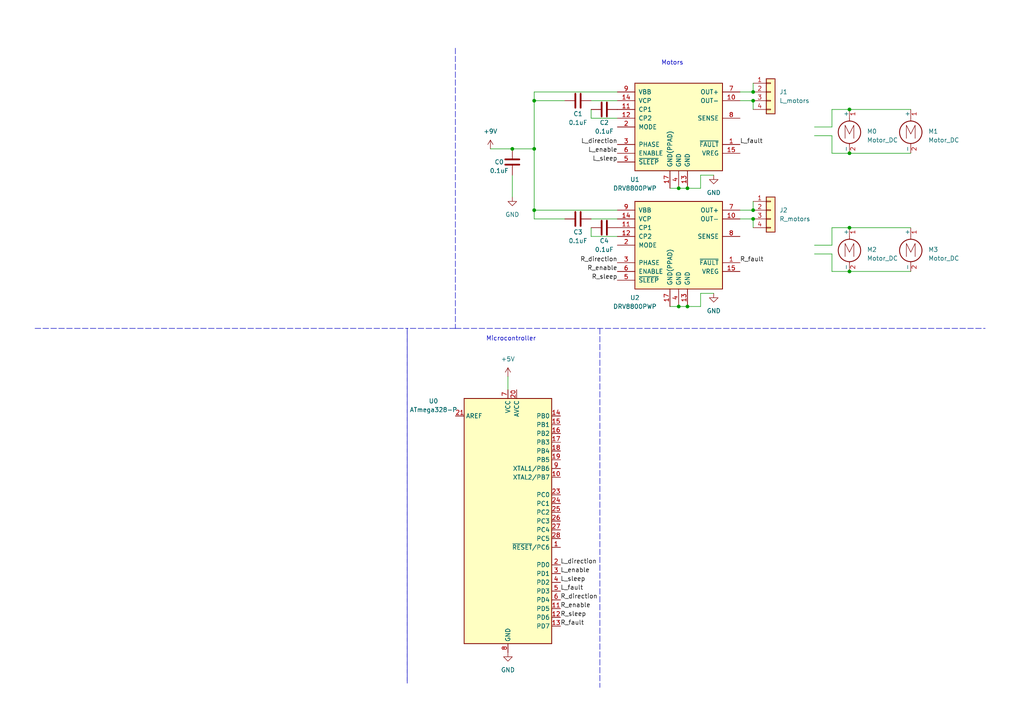
<source format=kicad_sch>
(kicad_sch (version 20211123) (generator eeschema)
  (paper "A4")
  (lib_symbols
    (symbol "Connector_Generic:Conn_01x04" (pin_names (offset 1.016) hide)
      (property "Reference" "J" (at 0 5.08 0))
      (property "Value" "Conn_01x04" (at 0 -7.62 0))
      (symbol "Conn_01x04_1_1"
        (rectangle (start -1.27 -4.953) (end 0 -5.207) (stroke (width 0.1524)))
        (rectangle (start -1.27 -2.413) (end 0 -2.667) (stroke (width 0.1524)))
        (rectangle (start -1.27 0.127) (end 0 -0.127) (stroke (width 0.1524)))
        (rectangle (start -1.27 2.667) (end 0 2.413) (stroke (width 0.1524)))
        (rectangle (start -1.27 3.81) (end 1.27 -6.35) (stroke (width 0.254)) (fill (type background)))
        (pin passive line (at -5.08 2.54 0) (length 3.81) (name "Pin_1") (number "1"))
        (pin passive line (at -5.08 0 0) (length 3.81) (name "Pin_2") (number "2"))
        (pin passive line (at -5.08 -2.54 0) (length 3.81) (name "Pin_3") (number "3"))
        (pin passive line (at -5.08 -5.08 0) (length 3.81) (name "Pin_4") (number "4"))
      )
    )
    (symbol "Device:C" (pin_numbers hide) (pin_names (offset 0.254))
      (property "Reference" "C" (at 0.635 2.54 0))
      (property "Value" "C" (at 0.635 -2.54 0))
      (symbol "C_0_1"
        (polyline (pts (xy -2.032 -0.762) (xy 2.032 -0.762)) (stroke (width 0.508)))
        (polyline (pts (xy -2.032 0.762) (xy 2.032 0.762)) (stroke (width 0.508)))
      )
      (symbol "C_1_1"
        (pin passive line (at 0 3.81 270) (length 2.794) (name "~") (number "1"))
        (pin passive line (at 0 -3.81 90) (length 2.794) (name "~") (number "2"))
      )
    )
    (symbol "Driver_Motor:DRV8800PWP" (pin_names (offset 1.016))
      (property "Reference" "U" (at -12.7 16.51 0))
      (property "Value" "DRV8800PWP" (at -12.7 13.97 0))
      (symbol "DRV8800PWP_0_1"
        (rectangle (start -12.7 12.7) (end 12.7 -12.7) (stroke (width 0.254)) (fill (type background)))
      )
      (symbol "DRV8800PWP_1_1"
        (pin open_collector line (at 17.78 -5.08 180) (length 5.08) (name "~{FAULT}") (number "1"))
        (pin power_out line (at 17.78 7.62 180) (length 5.08) (name "OUT-") (number "10"))
        (pin power_in line (at -17.78 5.08 0) (length 5.08) (name "CP1") (number "11"))
        (pin power_in line (at -17.78 2.54 0) (length 5.08) (name "CP2") (number "12"))
        (pin power_in line (at 2.54 -17.78 90) (length 5.08) (name "GND") (number "13"))
        (pin power_in line (at -17.78 7.62 0) (length 5.08) (name "VCP") (number "14"))
        (pin output line (at 17.78 -7.62 180) (length 5.08) (name "VREG") (number "15"))
        (pin no_connect line (at -17.78 -2.54 0) (length 5.08) hide (name "NC") (number "16"))
        (pin power_in line (at -2.54 -17.78 90) (length 5.08) (name "GND(PPAD)") (number "17"))
        (pin input line (at -17.78 0 0) (length 5.08) (name "MODE") (number "2"))
        (pin input line (at -17.78 -5.08 0) (length 5.08) (name "PHASE") (number "3"))
        (pin power_in line (at 0 -17.78 90) (length 5.08) (name "GND") (number "4"))
        (pin input line (at -17.78 -10.16 0) (length 5.08) (name "~{SLEEP}") (number "5"))
        (pin input line (at -17.78 -7.62 0) (length 5.08) (name "ENABLE") (number "6"))
        (pin power_out line (at 17.78 10.16 180) (length 5.08) (name "OUT+") (number "7"))
        (pin power_out line (at 17.78 2.54 180) (length 5.08) (name "SENSE") (number "8"))
        (pin power_in line (at -17.78 10.16 0) (length 5.08) (name "VBB") (number "9"))
      )
    )
    (symbol "MCU_Microchip_ATmega:ATmega328-P"
      (property "Reference" "U" (at -12.7 36.83 0))
      (property "Value" "ATmega328-P" (at 2.54 -36.83 0))
      (symbol "ATmega328-P_0_1"
        (rectangle (start -12.7 -35.56) (end 12.7 35.56) (stroke (width 0.254)) (fill (type background)))
      )
      (symbol "ATmega328-P_1_1"
        (pin bidirectional line (at 15.24 -7.62 180) (length 2.54) (name "~{RESET}/PC6") (number "1"))
        (pin bidirectional line (at 15.24 12.7 180) (length 2.54) (name "XTAL2/PB7") (number "10"))
        (pin bidirectional line (at 15.24 -25.4 180) (length 2.54) (name "PD5") (number "11"))
        (pin bidirectional line (at 15.24 -27.94 180) (length 2.54) (name "PD6") (number "12"))
        (pin bidirectional line (at 15.24 -30.48 180) (length 2.54) (name "PD7") (number "13"))
        (pin bidirectional line (at 15.24 30.48 180) (length 2.54) (name "PB0") (number "14"))
        (pin bidirectional line (at 15.24 27.94 180) (length 2.54) (name "PB1") (number "15"))
        (pin bidirectional line (at 15.24 25.4 180) (length 2.54) (name "PB2") (number "16"))
        (pin bidirectional line (at 15.24 22.86 180) (length 2.54) (name "PB3") (number "17"))
        (pin bidirectional line (at 15.24 20.32 180) (length 2.54) (name "PB4") (number "18"))
        (pin bidirectional line (at 15.24 17.78 180) (length 2.54) (name "PB5") (number "19"))
        (pin bidirectional line (at 15.24 -12.7 180) (length 2.54) (name "PD0") (number "2"))
        (pin power_in line (at 2.54 38.1 270) (length 2.54) (name "AVCC") (number "20"))
        (pin passive line (at -15.24 30.48 0) (length 2.54) (name "AREF") (number "21"))
        (pin passive line (at 0 -38.1 90) (length 2.54) hide (name "GND") (number "22"))
        (pin bidirectional line (at 15.24 7.62 180) (length 2.54) (name "PC0") (number "23"))
        (pin bidirectional line (at 15.24 5.08 180) (length 2.54) (name "PC1") (number "24"))
        (pin bidirectional line (at 15.24 2.54 180) (length 2.54) (name "PC2") (number "25"))
        (pin bidirectional line (at 15.24 0 180) (length 2.54) (name "PC3") (number "26"))
        (pin bidirectional line (at 15.24 -2.54 180) (length 2.54) (name "PC4") (number "27"))
        (pin bidirectional line (at 15.24 -5.08 180) (length 2.54) (name "PC5") (number "28"))
        (pin bidirectional line (at 15.24 -15.24 180) (length 2.54) (name "PD1") (number "3"))
        (pin bidirectional line (at 15.24 -17.78 180) (length 2.54) (name "PD2") (number "4"))
        (pin bidirectional line (at 15.24 -20.32 180) (length 2.54) (name "PD3") (number "5"))
        (pin bidirectional line (at 15.24 -22.86 180) (length 2.54) (name "PD4") (number "6"))
        (pin power_in line (at 0 38.1 270) (length 2.54) (name "VCC") (number "7"))
        (pin power_in line (at 0 -38.1 90) (length 2.54) (name "GND") (number "8"))
        (pin bidirectional line (at 15.24 15.24 180) (length 2.54) (name "XTAL1/PB6") (number "9"))
      )
    )
    (symbol "Motor:Motor_DC" (pin_names (offset 0))
      (property "Reference" "M" (at 2.54 2.54 0))
      (property "Value" "Motor_DC" (at 2.54 -5.08 0))
      (symbol "Motor_DC_0_0"
        (polyline (pts (xy -1.27 -3.302) (xy -1.27 0.508) (xy 0 -2.032) (xy 1.27 0.508) (xy 1.27 -3.302)))
      )
      (symbol "Motor_DC_0_1"
        (circle (center 0 -1.524) (radius 3.2512) (stroke (width 0.254)))
        (polyline (pts (xy 0 -7.62) (xy 0 -7.112)))
        (polyline (pts (xy 0 -4.7752) (xy 0 -5.1816)))
        (polyline (pts (xy 0 1.7272) (xy 0 2.0828)))
        (polyline (pts (xy 0 2.032) (xy 0 2.54)))
      )
      (symbol "Motor_DC_1_1"
        (pin passive line (at 0 5.08 270) (length 2.54) (name "+") (number "1"))
        (pin passive line (at 0 -7.62 90) (length 2.54) (name "-") (number "2"))
      )
    )
    (symbol "power:+5V" (power) (pin_names (offset 0))
      (property "Value" "+5V" (at 0 3.556 0))
      (symbol "+5V_0_1"
        (polyline (pts (xy -0.762 1.27) (xy 0 2.54)))
        (polyline (pts (xy 0 0) (xy 0 2.54)))
        (polyline (pts (xy 0 2.54) (xy 0.762 1.27)))
      )
      (symbol "+5V_1_1"
        (pin power_in line (at 0 0 90) (length 0) hide (name "+5V") (number "1"))
      )
    )
    (symbol "power:+9V" (power) (pin_names (offset 0))
      (property "Value" "+9V" (at 0 3.556 0))
      (symbol "+9V_0_1"
        (polyline (pts (xy -0.762 1.27) (xy 0 2.54)))
        (polyline (pts (xy 0 0) (xy 0 2.54)))
        (polyline (pts (xy 0 2.54) (xy 0.762 1.27)))
      )
      (symbol "+9V_1_1"
        (pin power_in line (at 0 0 90) (length 0) hide (name "+9V") (number "1"))
      )
    )
    (symbol "power:GND" (power) (pin_names (offset 0))
      (property "Value" "GND" (at 0 -3.81 0))
      (symbol "GND_0_1"
        (polyline (pts (xy 0 0) (xy 0 -1.27) (xy 1.27 -1.27) (xy 0 -2.54) (xy -1.27 -1.27) (xy 0 -1.27)))
      )
      (symbol "GND_1_1"
        (pin power_in line (at 0 0 270) (length 0) hide (name "GND") (number "1"))
      )
    )
  )
  (junction (at 218.44 60.96))
  (junction (at 199.39 54.61))
  (junction (at 154.94 60.96))
  (junction (at 246.38 31.75))
  (junction (at 196.85 88.9))
  (junction (at 196.85 54.61))
  (junction (at 218.44 26.67))
  (junction (at 154.94 29.21))
  (junction (at 246.38 44.45))
  (junction (at 218.44 63.5))
  (junction (at 199.39 88.9))
  (junction (at 148.59 43.18))
  (junction (at 246.38 78.74))
  (junction (at 246.38 66.04))
  (junction (at 218.44 29.21))
  (junction (at 154.94 43.18))
  (wire (pts (xy 241.3 44.45) (xy 241.3 39.37)))
  (wire (pts (xy 154.94 26.67) (xy 179.07 26.67)))
  (wire (pts (xy 246.38 78.74) (xy 264.16 78.74)))
  (wire (pts (xy 142.24 43.18) (xy 148.59 43.18)))
  (wire (pts (xy 154.94 29.21) (xy 163.83 29.21)))
  (wire (pts (xy 171.45 66.04) (xy 171.45 68.58)))
  (wire (pts (xy 147.32 109.22) (xy 147.32 113.03)))
  (wire (pts (xy 199.39 54.61) (xy 203.2 54.61)))
  (wire (pts (xy 203.2 50.8) (xy 207.01 50.8)))
  (wire (pts (xy 236.22 39.37) (xy 241.3 39.37)))
  (polyline (pts (xy 10.16 95.25) (xy 118.11 95.25)))
  (wire (pts (xy 236.22 71.12) (xy 241.3 71.12)))
  (wire (pts (xy 171.45 63.5) (xy 179.07 63.5)))
  (wire (pts (xy 246.38 78.74) (xy 241.3 78.74)))
  (wire (pts (xy 246.38 31.75) (xy 241.3 31.75)))
  (wire (pts (xy 218.44 24.13) (xy 218.44 26.67)))
  (wire (pts (xy 246.38 66.04) (xy 264.16 66.04)))
  (wire (pts (xy 214.63 63.5) (xy 218.44 63.5)))
  (wire (pts (xy 199.39 88.9) (xy 203.2 88.9)))
  (wire (pts (xy 154.94 26.67) (xy 154.94 29.21)))
  (wire (pts (xy 203.2 54.61) (xy 203.2 50.8)))
  (wire (pts (xy 154.94 29.21) (xy 154.94 43.18)))
  (wire (pts (xy 171.45 34.29) (xy 179.07 34.29)))
  (wire (pts (xy 148.59 43.18) (xy 154.94 43.18)))
  (wire (pts (xy 154.94 43.18) (xy 154.94 60.96)))
  (wire (pts (xy 171.45 68.58) (xy 179.07 68.58)))
  (wire (pts (xy 154.94 63.5) (xy 163.83 63.5)))
  (wire (pts (xy 194.31 88.9) (xy 196.85 88.9)))
  (wire (pts (xy 246.38 44.45) (xy 264.16 44.45)))
  (wire (pts (xy 196.85 54.61) (xy 199.39 54.61)))
  (wire (pts (xy 203.2 85.09) (xy 207.01 85.09)))
  (wire (pts (xy 148.59 50.8) (xy 148.59 57.15)))
  (wire (pts (xy 218.44 58.42) (xy 218.44 60.96)))
  (wire (pts (xy 214.63 29.21) (xy 218.44 29.21)))
  (wire (pts (xy 218.44 63.5) (xy 218.44 66.04)))
  (wire (pts (xy 246.38 66.04) (xy 241.3 66.04)))
  (wire (pts (xy 246.38 31.75) (xy 264.16 31.75)))
  (polyline (pts (xy 118.11 95.25) (xy 118.11 198.12)))
  (wire (pts (xy 214.63 60.96) (xy 218.44 60.96)))
  (polyline (pts (xy 173.99 95.25) (xy 173.99 199.39)))
  (wire (pts (xy 236.22 36.83) (xy 241.3 36.83)))
  (polyline (pts (xy 118.11 198.12) (xy 118.11 95.25)))
  (wire (pts (xy 171.45 31.75) (xy 171.45 34.29)))
  (wire (pts (xy 241.3 78.74) (xy 241.3 73.66)))
  (wire (pts (xy 203.2 88.9) (xy 203.2 85.09)))
  (polyline (pts (xy 132.08 95.25) (xy 285.75 95.25)))
  (wire (pts (xy 154.94 60.96) (xy 154.94 63.5)))
  (wire (pts (xy 171.45 29.21) (xy 179.07 29.21)))
  (wire (pts (xy 194.31 54.61) (xy 196.85 54.61)))
  (wire (pts (xy 236.22 73.66) (xy 241.3 73.66)))
  (wire (pts (xy 214.63 26.67) (xy 218.44 26.67)))
  (wire (pts (xy 196.85 88.9) (xy 199.39 88.9)))
  (wire (pts (xy 241.3 31.75) (xy 241.3 36.83)))
  (wire (pts (xy 241.3 66.04) (xy 241.3 71.12)))
  (wire (pts (xy 218.44 29.21) (xy 218.44 31.75)))
  (wire (pts (xy 154.94 60.96) (xy 179.07 60.96)))
  (polyline (pts (xy 132.08 13.97) (xy 132.08 95.25)))
  (polyline (pts (xy 132.08 95.25) (xy 118.11 95.25)))
  (wire (pts (xy 246.38 44.45) (xy 241.3 44.45)))
  (text "Microcontroller\n" (at 140.97 99.06 0) (effects (font (size 1.27 1.27)) (justify left bottom)))
  (text "Motors" (at 191.77 19.05 0) (effects (font (size 1.27 1.27)) (justify left bottom)))
  (label "R_sleep" (at 179.07 81.28 180))
  (label "L_enable" (at 179.07 44.45 180))
  (label "R_enable" (at 162.56 176.53 0))
  (label "R_fault" (at 162.56 181.61 0))
  (label "R_sleep" (at 162.56 179.07 0))
  (label "L_fault" (at 162.56 171.45 0))
  (label "R_enable" (at 179.07 78.74 180))
  (label "L_enable" (at 162.56 166.37 0))
  (label "R_direction" (at 179.07 76.2 180))
  (label "L_sleep" (at 162.56 168.91 0))
  (label "L_sleep" (at 179.07 46.99 180))
  (label "L_direction" (at 179.07 41.91 180))
  (label "L_direction" (at 162.56 163.83 0))
  (label "R_fault" (at 214.63 76.2 0))
  (label "R_direction" (at 162.56 173.99 0))
  (label "L_fault" (at 214.63 41.91 0))
  (symbol (lib_id "Motor:Motor_DC") (at 264.16 71.12 0) (unit 1)
    (property "Reference" "M3" (at 269.24 72.3899 0) (effects (justify left)))
    (property "Value" "Motor_DC" (at 269.24 74.9299 0) (effects (justify left)))
  )
  (symbol (lib_id "power:GND") (at 207.01 50.8 0) (unit 1)
    (property "Reference" "#PWR?" (effects hide))
    (property "Value" "GND" (at 207.01 55.88 0))
  )
  (symbol (lib_id "Motor:Motor_DC") (at 246.38 36.83 0) (unit 1)
    (property "Reference" "M0" (at 251.46 38.0999 0) (effects (justify left)))
    (property "Value" "Motor_DC" (at 251.46 40.6399 0) (effects (justify left)))
  )
  (symbol (lib_id "Motor:Motor_DC") (at 246.38 71.12 0) (unit 1)
    (property "Reference" "M2" (at 251.46 72.3899 0) (effects (justify left)))
    (property "Value" "Motor_DC" (at 251.46 74.9299 0) (effects (justify left)))
  )
  (symbol (lib_id "Connector_Generic:Conn_01x04") (at 223.52 60.96 0) (unit 1)
    (property "Reference" "J2" (at 226.06 60.9599 0) (effects (justify left)))
    (property "Value" "R_motors" (at 226.06 63.5 0) (effects (justify left)))
  )
  (symbol (lib_id "power:GND") (at 207.01 85.09 0) (unit 1)
    (property "Reference" "#PWR?" (effects hide))
    (property "Value" "GND" (at 207.01 90.17 0))
  )
  (symbol (lib_id "Motor:Motor_DC") (at 264.16 36.83 0) (unit 1)
    (property "Reference" "M1" (at 269.24 38.0999 0) (effects (justify left)))
    (property "Value" "Motor_DC" (at 269.24 40.6399 0) (effects (justify left)))
  )
  (symbol (lib_id "power:+5V") (at 147.32 109.22 0) (unit 1)
    (property "Reference" "#PWR?" (effects hide))
    (property "Value" "+5V" (at 147.32 104.14 0))
  )
  (symbol (lib_id "power:GND") (at 148.59 57.15 0) (unit 1)
    (property "Reference" "#PWR?" (effects hide))
    (property "Value" "GND" (at 148.59 62.23 0))
  )
  (symbol (lib_id "power:GND") (at 147.32 189.23 0) (unit 1)
    (property "Reference" "#PWR?" (effects hide))
    (property "Value" "GND" (at 147.32 194.31 0))
  )
  (symbol (lib_id "Driver_Motor:DRV8800PWP") (at 196.85 71.12 0) (unit 1)
    (property "Reference" "U2" (at 184.15 86.36 0))
    (property "Value" "DRV8800PWP" (at 184.15 88.9 0))
    (property "Footprint" "Package_SO:HTSSOP-16-1EP_4.4x5mm_P0.65mm_EP3.4x5mm_Mask3x3mm_ThermalVias" (effects hide))
    (property "Datasheet" "http://www.ti.com/lit/ds/symlink/drv8801.pdf" (effects hide))
  )
  (symbol (lib_id "Device:C") (at 175.26 66.04 270) (unit 1)
    (property "Reference" "C4" (at 175.26 69.85 90))
    (property "Value" "0.1uF" (at 175.26 72.39 90))
  )
  (symbol (lib_id "power:+9V") (at 142.24 43.18 0) (unit 1)
    (property "Reference" "#PWR?" (effects hide))
    (property "Value" "+9V" (at 142.24 38.1 0))
  )
  (symbol (lib_id "Device:C") (at 175.26 31.75 270) (unit 1)
    (property "Reference" "C2" (at 175.26 35.56 90))
    (property "Value" "0.1uF" (at 175.26 38.1 90))
  )
  (symbol (lib_id "Driver_Motor:DRV8800PWP") (at 196.85 36.83 0) (unit 1)
    (property "Reference" "U1" (at 184.15 52.07 0))
    (property "Value" "DRV8800PWP" (at 184.15 54.61 0))
    (property "Footprint" "Package_SO:HTSSOP-16-1EP_4.4x5mm_P0.65mm_EP3.4x5mm_Mask3x3mm_ThermalVias" (effects hide))
    (property "Datasheet" "http://www.ti.com/lit/ds/symlink/drv8801.pdf" (effects hide))
  )
  (symbol (lib_id "Device:C") (at 148.59 46.99 0) (unit 1)
    (property "Reference" "C0" (at 144.78 46.99 0))
    (property "Value" "0.1uF" (at 144.78 49.53 0))
  )
  (symbol (lib_id "Device:C") (at 167.64 29.21 90) (unit 1)
    (property "Reference" "C1" (at 167.64 33.02 90))
    (property "Value" "0.1uF" (at 167.64 35.56 90))
  )
  (symbol (lib_id "MCU_Microchip_ATmega:ATmega328-P") (at 147.32 151.13 0) (unit 1)
    (property "Reference" "U0" (at 125.73 116.3193 0))
    (property "Value" "ATmega328-P" (at 125.73 118.8593 0))
    (property "Footprint" "Package_DIP:DIP-28_W7.62mm" (effects hide))
    (property "Datasheet" "http://ww1.microchip.com/downloads/en/DeviceDoc/ATmega328_P%20AVR%20MCU%20with%20picoPower%20Technology%20Data%20Sheet%2040001984A.pdf" (effects hide))
  )
  (symbol (lib_id "Connector_Generic:Conn_01x04") (at 223.52 26.67 0) (unit 1)
    (property "Reference" "J1" (at 226.06 26.6699 0) (effects (justify left)))
    (property "Value" "L_motors" (at 226.06 29.21 0) (effects (justify left)))
  )
  (symbol (lib_id "Device:C") (at 167.64 63.5 90) (unit 1)
    (property "Reference" "C3" (at 167.64 67.31 90))
    (property "Value" "0.1uF" (at 167.64 69.85 90))
  )
)
</source>
